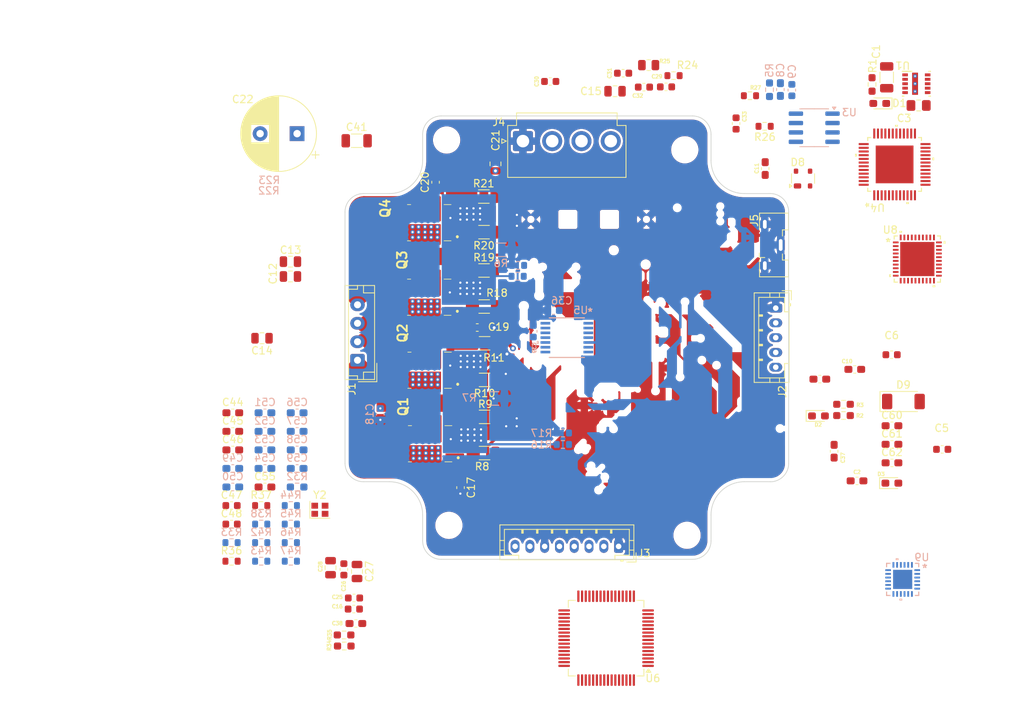
<source format=kicad_pcb>
(kicad_pcb (version 20240108) (generator "pcbnew") (generator_version "8.0")
  (layers (0 "F.Cu" signal) (1 "In1.Cu" power "In1_GND.Cu") (2 "In2.Cu" power "In2_VCC.Cu") (31 "B.Cu" signal) (34 "B.Paste" user) (35 "F.Paste" user) (36 "B.SilkS" user "B.Silkscreen") (37 "F.SilkS" user "F.Silkscreen") (38 "B.Mask" user) (39 "F.Mask" user) (44 "Edge.Cuts" user))
  (net 0 "")
  (net 1 "BMB2")
  (net 2 "CB2")
  (net 3 "BMA1")
  (net 4 "CA1")
  (net 7 "BMB1")
  (net 8 "CB1")
  (net 9 "BMA2")
  (net 10 "CA2")
  (net 11 "/STOP_L{slash}STEP")
  (net 12 "GND")
  (net 13 "+3V3")
  (net 14 "/NRST")
  (net 15 "Net-(U6-PH0)")
  (net 16 "Net-(U6-PH1)")
  (net 17 "Net-(D1-K)")
  (net 18 "Net-(D1-A)")
  (net 19 "SENSOR_INDICATOR")
  (net 20 "Net-(D2-A)")
  (net 21 "Net-(D3-A)")
  (net 22 "ON_INDICATOR")
  (net 23 "/SWDIO")
  (net 24 "/SWCLK")
  (net 25 "/TXD")
  (net 29 "/IN2{slash}ENC_B")
  (net 30 "/Vlogic")
  (net 31 "/RXD")
  (net 32 "Net-(Q1-G2)")
  (net 33 "Net-(Q1-S2)")
  (net 34 "/CANL")
  (net 36 "/CANH")
  (net 37 "Net-(Q1-G1)")
  (net 38 "Net-(Q2-G1)")
  (net 39 "Net-(Q2-G2)")
  (net 40 "Net-(Q3-G1)")
  (net 41 "Net-(Q3-S2)")
  (net 42 "Net-(Q3-G2)")
  (net 43 "Net-(Q4-G2)")
  (net 44 "Net-(Q4-G1)")
  (net 45 "HB1")
  (net 46 "LB1")
  (net 47 "HB2")
  (net 48 "LB2")
  (net 49 "HA1")
  (net 50 "LA1")
  (net 51 "HA2")
  (net 52 "LA2")
  (net 53 "CSN")
  (net 54 "SCK")
  (net 55 "SPI_MOSI")
  (net 56 "DRV_ENN")
  (net 57 "SPI_MISO")
  (net 58 "DIAG1")
  (net 59 "DIAG0")
  (net 60 "VCC_IO")
  (net 61 "CPI")
  (net 62 "Net-(U4-VCC)")
  (net 63 "ENC_B_channel")
  (net 64 "VCP")
  (net 65 "Net-(U4-12VOUT)")
  (net 66 "ENC_N_channel_(pull_to_VCC_IO_if_not_used_for_encoder)")
  (net 67 "CPO")
  (net 68 "5VOUT")
  (net 69 "REFL")
  (net 70 "SRBL")
  (net 71 "SRAH")
  (net 72 "ENC_A_channel")
  (net 73 "SRAL")
  (net 74 "SRBH")
  (net 75 "REFR")
  (net 82 "VS")
  (net 83 "Net-(C61-Pad2)")
  (net 84 "Net-(C62-Pad2)")
  (net 85 "D-")
  (net 86 "D+")
  (net 88 "12-36V")
  (net 89 "Out_1")
  (net 90 "Out_2")
  (net 91 "Net-(C44-Pad2)")
  (net 92 "Net-(D9-A)")
  (net 94 "SCK_DRV")
  (net 95 "LAN_NRST")
  (net 96 "VDDCR")
  (net 97 "SPI_MOSI_DRV")
  (net 99 "SPI_MISO_DRV")
  (net 100 "Net-(R36-Pad1)")
  (net 101 "RXN")
  (net 103 "RXP")
  (net 105 "Net-(R37-Pad1)")
  (net 106 "LED2")
  (net 108 "TXP")
  (net 109 "LED1")
  (net 111 "TXN")
  (net 112 "Net-(U9-RBIAS)")
  (net 113 "ETH_RXD1")
  (net 114 "Net-(U9-RXD1{slash}*MODE1)")
  (net 115 "CSN_DRV")
  (net 116 "ETH_RXD0")
  (net 118 "SDI_ENC")
  (net 119 "Net-(U9-RXD0{slash}*MODE0)")
  (net 120 "ETH_CRS_DV")
  (net 121 "NSCS_ENC")
  (net 122 "SCLK_ENC")
  (net 124 "Net-(U9-CRS_DV{slash}*MODE2)")
  (net 125 "SDO_ENC")
  (net 126 "ETH_TXD1")
  (net 129 "ETH_MDC")
  (net 130 "ETH_REF_CLK")
  (net 131 "ETH_TXD0")
  (net 132 "ETH_TX_EN")
  (net 133 "ETH_MDIO")
  (net 143 "CLKIN")
  (net 145 "CLK_EXT")
  (net 147 "TARGET_REACHED")
  (net 149 "INTR")
  (footprint "Capacitor_SMD:C_0805_2012Metric" (layer "F.Cu") (at 106.5152 66.6496 180)
    (property "Reference" "C15")
    (property "Value" "470nF")
  )
  (footprint "Capacitor_SMD:C_1206_3216Metric" (layer "F.Cu") (at 71.5754 73.3552)
    (property "Reference" "C41")
    (property "Value" "47uF")
  )
  (footprint "Resistor_SMD:R_1206_3216Metric" (layer "F.Cu") (at 88.8746 105.7148 180)
    (property "Reference" "R10")
    (property "Value" "15")
  )
  (footprint "Package_QFP:LQFP-64_10x10mm_P0.5mm" (layer "F.Cu") (at 105.3084 140.6652 180)
    (property "Reference" "U6")
    (property "Value" "STM32H563RGTx")
  )
  (footprint "Capacitor_SMD:C_0603_1608Metric" (layer "F.Cu") (at 54.655 122.7212)
    (property "Reference" "C47")
    (property "Value" "15p")
  )
  (footprint "Resistor_SMD:R_0603_1608Metric_Pad0.98x0.95mm_HandSolder" (layer "F.Cu") (at 69.8989 141.732 180)
    (property "Reference" "R34")
    (property "Value" "4k7")
  )
  (footprint "Capacitor_SMD:C_0603_1608Metric" (layer "F.Cu") (at 113.4112 66.065)
    (property "Reference" "C29")
    (property "Value" "470n")
  )
  (footprint "Capacitor_SMD:C_0603_1608Metric" (layer "F.Cu") (at 87.884 98.6282)
    (property "Reference" "C19")
    (property "Value" "1n, 100V")
  )
  (footprint "Capacitor_SMD:C_0603_1608Metric_Pad1.08x0.95mm_HandSolder" (layer "F.Cu") (at 136.144 115.3668 -90)
    (property "Reference" "C37")
    (property "Value" "0.1u")
  )
  (footprint "Diode_SMD:D_0603_1608Metric_Pad1.05x0.95mm_HandSolder" (layer "F.Cu") (at 134.0282 110.5916)
    (property "Reference" "D2")
    (property "Value" "LED_AMBER")
  )
  (footprint "Capacitor_SMD:C_0603_1608Metric" (layer "F.Cu") (at 82.2452 78.9686 90)
    (property "Reference" "C20")
    (property "Value" "1n, 100V")
  )
  (footprint "Resistor_SMD:R_0603_1608Metric_Pad0.98x0.95mm_HandSolder" (layer "F.Cu") (at 69.8735 140.2334 180)
    (property "Reference" "R35")
    (property "Value" "4k7")
  )
  (footprint "Connector_USB:USB_Micro-B_Molex-105133-0031" (layer "F.Cu") (at 127.8464 87.4582 90)
    (property "Reference" "J5")
    (property "Value" "USB_B_Micro")
  )
  (footprint "Crystal:Crystal_SMD_2016-4Pin_2.0x1.6mm" (layer "F.Cu") (at 66.605 123.2912)
    (property "Reference" "Y2")
    (property "Value" "25Mhz")
  )
  (footprint "NTMFD5C446NLT1G:NVMFD5C446NLWFT1G" (layer "F.Cu") (at 81.8086 114.3556 90)
    (property "Reference" "Q1")
    (property "Value" "NVMFD5C650NLT1G" (hide yes))
  )
  (footprint "Capacitor_SMD:C_0603_1608Metric" (layer "F.Cu") (at 85.6234 120.2944 -90)
    (property "Reference" "C17")
    (property "Value" "1n, 100V")
  )
  (footprint "Capacitor_SMD:C_0603_1608Metric" (layer "F.Cu") (at 71.1924 136.7282)
    (property "Reference" "C16")
    (property "Value" "2n2")
  )
  (footprint "Capacitor_SMD:C_0603_1608Metric_Pad1.08x0.95mm_HandSolder" (layer "F.Cu") (at 71.4718 138.684)
    (property "Reference" "C38")
    (property "Value" "0.1u")
  )
  (footprint "Capacitor_SMD:C_0805_2012Metric" (layer "F.Cu") (at 62.6212 89.7128 180)
    (property "Reference" "C13")
    (property "Value" "470nF")
  )
  (footprint "Capacitor_SMD:C_0805_2012Metric" (layer "F.Cu") (at 90.3478 76.4794 90)
    (property "Reference" "C21")
    (property "Value" "4u7")
  )
  (footprint "Diode_SMD:D_0603_1608Metric_Pad1.05x0.95mm_HandSolder" (layer "F.Cu") (at 143.9558 119.6848)
    (property "Reference" "D3")
    (property "Value" "LED_GREEN")
  )
  (footprint "Capacitor_SMD:C_1206_3216Metric" (layer "F.Cu") (at 143.256 64.7681 90)
    (property "Reference" "C1")
    (property "Value" "10uF")
  )
  (footprint "Connector_JST:JST_VH_B4P-VH_1x04_P3.96mm_Vertical" (layer "F.Cu") (at 94.06 73.4)
    (property "Reference" "J4")
    (property "Value" "Power")
  )
  (footprint "Capacitor_SMD:C_0603_1608Metric_Pad1.08x0.95mm_HandSolder" (layer "F.Cu") (at 138.9391 104.2924 180)
    (property "Reference" "C10")
    (property "Value" "0.1u")
  )
  (footprint "Capacitor_SMD:C_0603_1608Metric" (layer "F.Cu") (at 110.4268 66.0908)
    (property "Reference" "C32")
    (property "Value" "22n, 100V")
  )
  (footprint "Resistor_SMD:R_0603_1608Metric" (layer "F.Cu") (at 58.665 122.7212)
    (property "Reference" "R37")
    (property "Value" "330")
  )
  (footprint "Connector_JST:JST_PH_B8B-PH-K_1x08_P2.00mm_Vertical" (layer "F.Cu") (at 107 128.248 180)
    (property "Reference" "J3")
    (property "Value" "I/O")
  )
  (footprint "Connector_JST:JST_EH_B4B-EH-A_1x04_P2.50mm_Vertical" (layer "F.Cu") (at 71.6905 103.054 90)
    (property "Reference" "J1")
    (property "Value" "Motor")
  )
  (footprint "Capacitor_SMD:C_0603_1608Metric_Pad1.08x0.95mm_HandSolder" (layer "F.Cu") (at 126.8222 77.1144 90)
    (property "Reference" "C11")
    (property "Value" "0.1u")
  )
  (footprint "Resistor_SMD:R_1206_3216Metric" (layer "F.Cu") (at 88.8746 110.7186 180)
    (property "Reference" "R9")
    (property "Value" "15")
  )
  (footprint "Package_TO_SOT_SMD:SOT-143" (layer "F.Cu") (at 131.9428 78.47 90)
    (property "Reference" "D8")
    (property "Value" "SP0503BAHT")
  )
  (footprint "Resistor_SMD:R_1206_3216Metric" (layer "F.Cu") (at 88.8746 100.7618 180)
    (property "Reference" "R11")
    (property "Value" "15")
  )
  (footprint "NTMFD5C446NLT1G:NVMFD5C446NLWFT1G" (layer "F.Cu") (at 81.6908 94.5258 90)
    (property "Reference" "Q3")
    (property "Value" "NVMFD5C650NLT1G" (hide yes))
  )
  (footprint "Capacitor_SMD:C_0603_1608Metric" (layer "F.Cu") (at 97.7522 65.3288)
    (property "Reference" "C30")
    (property "Value" "470n")
  )
  (footprint "Resistor_SMD:R_1206_3216Metric" (layer "F.Cu") (at 88.7984 90.9066 180)
    (property "Reference" "R19")
    (property "Value" "15")
  )
  (footprint "NTMFD5C446NLT1G:NVMFD5C446NLWFT1G" (layer "F.Cu") (at 81.7416 104.4064 90)
    (property "Reference" "Q2")
    (property "Value" "NVMFD5C650NLT1G" (hide yes))
  )
  (footprint "Resistor_SMD:R_0603_1608Metric_Pad0.98x0.95mm_HandSolder" (layer "F.Cu") (at 141.2748 65.7333 90)
    (property "Reference" "R1")
    (property "Value" "2k")
  )
  (footprint "Capacitor_SMD:C_0603_1608Metric_Pad1.08x0.95mm_HandSolder" (layer "F.Cu") (at 134.2125 105.6132 180)
    (property "Reference" "C7" (hide yes))
    (property "Value" "0.1u")
  )
  (footprint "MountingHole:MountingHole_3.2mm_M3" (layer "F.Cu") (at 116.2558 126.746)
    (property "Reference" "H4" (hide yes))
    (property "Value" "MountingHole")
  )
  (footprint "LMZM23600V3SILR:LMZM23600V3SILR" (layer "F.Cu") (at 147.268199 65.6379)
    (property "Reference" "U1")
    (property "Value" "LMZM23600V3SILR")
  )
  (footprint "Connector_JST:JST_PH_B5B-PH-K_1x05_P2.00mm_Vertical" (layer "F.Cu") (at 128.25 96 -90)
    (property "Reference" "J2")
    (property "Value" "CAN")
  )
  (footprint "TMC4361A_LA_T:TMC4361A_LA_T" (layer "F.Cu") (at 147.3962 89.3612)
    (property "Reference" "U8")
    (property "Value" "TMC4361A-LA-T")
  )
  (footprint "MountingHole:MountingHole_3.2mm_M3" (layer "F.Cu") (at 83.7438 73.2536)
    (property "Reference" "H1" (hide yes))
    (property "Value" "MountingHole")
  )
  (footprint "Capacitor_SMD:C_0603_1608Metric_Pad1.08x0.95mm_HandSolder" (layer "F.Cu") (at 139.2417 119.38)
    (property "Reference" "C2")
    (property "Value" "0.1u")
  )
  (footprint "Capacitor_SMD:C_0603_1608Metric" (layer "F.Cu") (at 107.6074 64.2112 180)
    (property "Reference" "C31")
    (property "Value" "100n, 16V")
  )
  (footprint "MountingHole:MountingHole_3.2mm_M3" (layer "F.Cu") (at 84.0486 125.3998)
    (property "Reference" "H3" (hide yes))
    (property "Value" "MountingHole")
  )
  (footprint "Capacitor_SMD:C_0805_2012Metric_Pad1.18x1.45mm_HandSolder" (layer "F.Cu") (at 147.574 68.5781 180)
    (property "Reference" "C3")
    (property "Value" "33uF")
  )
  (footprint "Diode_SMD:D_0603_1608Metric_Pad1.05x0.95mm_HandSolder" (layer "F.Cu") (at 142.3162 68.2987 180)
    (property "Reference" "D1")
    (property "Value" "LED_RED")
  )
  (footprint "Capacitor_SMD:C_0603_1608Metric_Pad1.08x0.95mm_HandSolder" (layer "F.Cu") (at 143.9683 114.4316)
    (property "Reference" "C61")
    (property "Value" "0.1u")
  )
  (footprint "Capacitor_SMD:C_0603_1608Metric_Pad1.08x0.95mm_HandSolder" (layer "F.Cu") (at 59.175 120.2112)
    (property "Reference" "C55")
    (property "Value" "0.022uF")
  )
  (footprint "Capacitor_SMD:C_0805_2012Metric" (layer "F.Cu") (at 62.6212 91.7194 180)
    (property "Reference" "C12")
    (property "Value" "470nF")
  )
  (footprint "Resistor_SMD:R_0603_1608Metric" (layer "F.Cu") (at 114.4272 64.541 180)
    (property "Reference" "R24")
    (property "Value" "2R2")
  )
  (footprint "NTMFD5C446NLT1G:NVMFD5C446NLWFT1G" (layer "F.Cu") (at 81.6908 84.442 90)
    (property "Reference" "Q4")
    (property "Value" "NVMFD5C650NLT1G" (hide yes))
  )
  (footprint "Resistor_SMD:R_1206_3216Metric" (layer "F.Cu") (at 88.8746 115.6208 180)
    (property "Reference" "R8")
    (property "Value" "15")
  )
  (footprint "Capacitor_THT:CP_Radial_D10.0mm_P5.00mm" (layer "F.Cu") (at 63.5216 72.39 180)
    (property "Reference" "C22")
    (property "Value" "330u")
  )
  (footprint "Capacitor_SMD:C_0805_2012Metric" (layer "F.Cu") (at 58.7756 100.076 180)
    (property "Reference" "C14")
    (property "Value" "470nF")
  )
  (footprint "Capacitor_SMD:C_0603_1608Metric_Pad1.08x0.95mm_HandSolder" (layer "F.Cu") (at 54.825 112.6812)
    (property "Reference" "C45")
    (property "Value" "2.2u")
  )
  (footprint "Resistor_SMD:R_0603_1608Metric" (layer "F.Cu") (at 124.7648 67.2592 180)
    (property "Reference" "R27")
    (property "Value" "4k7")
  )
  (footprint "Capacitor_SMD:C_0603_1608Metric_Pad1.08x0.95mm_HandSolder" (layer "F.Cu") (at 143.9683 116.9416)
    (property "Reference" "C62")
    (property "Value" "0.1u")
  )
  (footprint "Resistor_SMD:R_0603_1608Metric" (layer "F.Cu") (at 126.746 71.3994)
    (property "Reference" "R26")
    (property "Value" "2R2")
  )
  (footprint "Capacitor_SMD:C_0603_1608Metric" (layer "F.Cu") (at 69.8462 131.3586 -90)
    (property "Reference" "C26")
    (property "Value" "100n")
  )
  (footprint "Capacitor_SMD:C_0603_1608Metric" (layer "F.Cu") (at 122.8852 71.0184 90)
    (property "Reference" "C33")
    (property "Value" "470n")
  )
  (footprint "Capacitor_SMD:C_0805_2012Metric" (layer "F.Cu") (at 71.6242 131.6482 -90)
    (property "Reference" "C27")
    (property "Value" "10u")
  )
  (footprint "Capacitor_SMD:C_0603_1608Metric_Pad1.08x0.95mm_HandSolder" (layer "F.Cu") (at 54.825 110.1712)
    (property "Reference" "C44")
    (property "Value" "2.2u")
  )
  (footprint "Resistor_SMD:R_1206_3216Metric" (layer "F.Cu") (at 88.8238 95.7834 180)
    (property "Reference" "R18")
    (property "Value" "15")
  )
  (footprint "Resistor_SMD:R_0805_2012Metric" (layer "F.Cu") (at 111.0618 63.119)
    (property "Reference" "R25")
    (property "Value" "1R")
  )
  (footprint "Resistor_SMD:R_1206_3216Metric" (layer "F.Cu") (at 88.773 80.899 180)
    (property "Reference" "R21")
    (property "Value" "15")
  )
  (footprint "Diode_SMD:D_SOD-128" (layer "F.Cu") (at 145.5133 108.6416)
    (property "Reference" "D9")
    (property "Value" "D_Schottky")
  )
  (footprint "Capacitor_SMD:C_0603_1608Metric" (layer "F.Cu") (at 54.655 125.2312)
    (property "Reference" "C48")
    (property "Value" "15p")
  )
  (footprint "Resistor_SMD:R_0603_1608Metric_Pad0.98x0.95mm_HandSolder" (layer "F.Cu") (at 137.4159 110.5408)
    (property "Reference" "R2")
    (property "Value" "270")
  )
  (footprint "Resistor_SMD:R_0603_1608Metric" (layer "F.Cu") (at 54.655 130.2512)
    (property "Reference" "R36")
    (property "Value" "330")
  )
  (footprint "Capacitor_SMD:C_0603_1608Metric" (layer "F.Cu") (at 143.9164 102.3112)
    (property "Reference" "C6")
    (property "Value" "0.1u")
  )
  (footprint "Capacitor_SMD:C_0603_1608Metric_Pad1.08x0.95mm_HandSolder" (layer "F.Cu") (at 54.825 115.1912)
    (property "Reference" "C46")
    (property "Value" "4.7u")
  )
  (footprint "Capacitor_SMD:C_0603_1608Metric" (layer "F.Cu") (at 150.7614 115.1128)
    (property "Reference" "C5")
    (property "Value" "0.1u")
  )
  (footprint "Resistor_SMD:R_0603_1608Metric_Pad0.98x0.95mm_HandSolder" (layer "F.Cu") (at 137.4159 109.0168 180)
    (property "Reference" "R3")
    (property "Value" "270")
  )
  (footprint "Resistor_SMD:R_1206_3216Metric" (layer "F.Cu") (at 88.7984 85.725 180)
    (property "Reference" "R20")
    (property "Value" "15")
  )
  (footprint "TMC5160A_TA_T:TMC5160A_TA_T" (layer "F.Cu") (at 144.3228 76.5556 90)
    (property "Reference" "U4")
    (property "Value" "TMC5160A-TA-T")
  )
  (footprint "Capacitor_SMD:C_0603_1608Metric" (layer "F.Cu") (at 71.2178 135.2296 180)
    (property "Reference" "C25")
    (property "Value" "2n2")
  )
  (footprint "MountingHole:MountingHole_3.2mm_M3" (layer "F.Cu") (at 115.951 74.5744)
    (property "Reference" "H2" (hide yes))
    (property "Value" "MountingHole")
  )
  (footprint "Capacitor_SMD:C_0603_1608Metric_Pad1.08x0.95mm_HandSolder" (layer "F.Cu") (at 143.9683 111.9216)
    (property "Reference" "C60")
    (property "Value" "0.1u")
  )
  (footprint "Capacitor_SMD:C_0805_2012Metric" (layer "F.Cu") (at 68.0428 131.13 -90)
    (property "Reference" "C28")
    (property "Value" "10u")
  )
  (footprint "Capacitor_SMD:C_0603_1608Metric_Pad1.08x0.95mm_HandSolder" (layer "B.Cu") (at 63.525 115.1912 180)
    (property "Reference" "C58")
    (property "Value" "0.1u")
  )
  (footprint "Resistor_SMD:R_0603_1608Metric" (layer "B.Cu") (at 62.675 130.2512 180)
    (property "Reference" "R47")
    (property "Value" "100")
  )
  (footprint "Capacitor_SMD:C_0603_1608Metric_Pad1.08x0.95mm_HandSolder" (layer "B.Cu") (at 128.8796 66.421 90)
    (property "Reference" "C8")
    (property "Value" "0.1u")
  )
  (footprint "Resistor_SMD:R_0603_1608Metric" (layer "B.Cu") (at 93.345 91.694)
    (property "Reference" "R22")
    (property "Value" "47")
  )
  (footprint "Resistor_SMD:R_0603_1608Metric" (layer "B.Cu") (at 58.665 130.2512 180)
    (property "Reference" "R43")
    (property "Value" "49.9")
  )
  (footprint "AS5047P_ATSM:AS5047P_ATSM" (layer "B.Cu") (at 99.9998 99.998791 180)
    (property "Reference" "U5")
    (property "Value" "AS5047P-ATSM")
  )
  (footprint "Resistor_SMD:R_0603_1608Metric" (layer "B.Cu") (at 62.675 127.7412 180)
    (property "Reference" "R46")
    (property "Value" "100")
  )
  (footprint "Resistor_SMD:R_1206_3216Metric" (layer "B.Cu") (at 90.0938 108.2294)
    (property "Reference" "R7")
    (property "Value" "0.075")
  )
  (footprint "Resistor_SMD:R_0603_1608Metric" (layer "B.Cu") (at 99.4664 114.4524)
    (property "Reference" "R16")
    (property "Value" "47")
  )
  (footprint "Capacitor_SMD:C_0603_1608Metric_Pad1.08x0.95mm_HandSolder" (layer "B.Cu") (at 63.525 110.1712 180)
    (property "Reference" "C56")
    (property "Value" "10pF")
  )
  (footprint "Package_SO:SOIC-8_3.9x4.9mm_P1.27mm" (layer "B.Cu") (at 133.4516 71.5914 180)
    (property "Reference" "U3")
    (property "Value" "TCAN337")
  )
  (footprint "Capacitor_SMD:C_0603_1608Metric_Pad1.08x0.95mm_HandSolder" (layer "B.Cu") (at 63.525 112.6812 180)
    (property "Reference" "C57")
    (property "Value" "0.1u")
  )
  (footprint "Resistor_SMD:R_0603_1608Metric" (layer "B.Cu") (at 58.665 127.7412 180)
    (property "Reference" "R42")
    (property "Value" "49.9")
  )
  (footprint "Capacitor_SMD:C_0603_1608Metric_Pad1.08x0.95mm_HandSolder" (layer "B.Cu") (at 54.825 120.2112 180)
    (property "Reference" "C50")
    (property "Value" "470p")
  )
  (footprint "Capacitor_SMD:C_0603_1608Metric" (layer "B.Cu") (at 98.1964 96.3168)
    (property "Reference" "C36")
    (property "Value" "100n")
  )
  (footprint "Resistor_SMD:R_0603_1608Metric_Pad0.98x0.95mm_HandSolder" (layer "B.Cu") (at 63.525 120.2112 180)
    (property "Reference" "R32")
    (property "Value" "12.1k")
  )
  (footprint "Capacitor_SMD:C_0603_1608Metric_Pad1.08x0.95mm_HandSolder" (layer "B.Cu") (at 54.825 117.7012 180)
    (property "Reference" "C49")
    (property "Value" "0.1u")
  )
  (footprint "Resistor_SMD:R_0603_1608Metric" (layer "B.Cu") (at 93.3958 90.2208)
    (property "Reference" "R23")
    (property "Value" "47")
  )
  (footprint "Resistor_SMD:R_0603_1608Metric_Pad0.98x0.95mm_HandSolder" (layer "B.Cu") (at 127.4064 66.4464 90)
    (property "Reference" "R5")
    (property "Value" "4k7")
  )
  (footprint "Resistor_SMD:R_0603_1608Metric" (layer "B.Cu") (at 62.675 122.7212 180)
    (property "Reference" "R44")
    (property "Value" "49.9")
  )
  (footprint "Capacitor_SMD:C_0603_1608Metric" (layer "B.Cu") (at 95.4532 99.1362 -90)
    (property "Reference" "C39")
    (property "Value" "1u")
  )
  (footprint "Capacitor_SMD:C_0603_1608Metric" (layer "B.Cu") (at 130.429 66.4972 90)
    (property "Reference" "C9")
    (property "Value" "1u")
  )
  (footprint "Resistor_SMD:R_0603_1608Metric" (layer "B.Cu") (at 62.675 125.2312 180)
    (property "Reference" "R45")
    (property "Value" "100")
  )
  (footprint "Capacitor_SMD:C_0603_1608Metric_Pad1.08x0.95mm_HandSolder" (layer "B.Cu") (at 63.525 117.7012 180)
    (property "Reference" "C59")
    (property "Value" "0.1u")
  )
  (footprint "Capacitor_SMD:C_0603_1608Metric_Pad1.08x0.95mm_HandSolder" (layer "B.Cu") (at 59.175 115.1912 180)
    (property "Reference" "C53")
    (property "Value" "10pF")
  )
  (footprint "LAN8742A_CZ_TR:LAN8742A_CZ_TR" (layer "B.Cu") (at 145.415 132.715 180)
    (property "Reference" "U9")
    (property "Value" "LAN8742A-CZ-TR")
  )
  (footprint "Capacitor_SMD:C_0603_1608Metric_Pad1.08x0.95mm_HandSolder" (layer "B.Cu") (at 59.175 110.1712 180)
    (property "Reference" "C51")
    (property "Value" "1u")
  )
  (footprint "Capacitor_SMD:C_0603_1608Metric" (layer "B.Cu") (at 74.7776 110.35 -90)
    (property "Reference" "C18")
    (property "Value" "1n, 100V")
  )
  (footprint "Capacitor_SMD:C_0603_1608Metric_Pad1.08x0.95mm_HandSolder" (layer "B.Cu") (at 59.175 112.6812 180)
    (property "Reference" "C52")
    (property "Value" "10pF")
  )
  (footprint "Resistor_SMD:R_1206_3216Metric" (layer "B.Cu") (at 91.0844 88.1126)
    (property "Reference" "R6")
    (property "Value" "0.075")
  )
  (footprint "Resistor_SMD:R_0603_1608Metric" (layer "B.Cu") (at 54.655 127.7412 180)
    (property "Reference" "R33")
    (property "Value" "10k")
  )
  (footprint "Resistor_SMD:R_0603_1608Metric" (layer "B.Cu") (at 99.4664 112.903)
    (property "Reference" "R17")
    (property "Value" "47")
  )
  (footprint "Capacitor_SMD:C_0603_1608Metric_Pad1.08x0.95mm_HandSolder" (layer "B.Cu") (at 59.175 117.7012 180)
    (property "Reference" "C54")
    (property "Value" "10pF")
  )
  (footprint "Resistor_SMD:R_0603_1608Metric" (layer "B.Cu") (at 58.665 125.2312 180)
    (property "Reference" "R38")
    (property "Value" "49.9")
  )
  (gr_rect (start 83.6168 103.2764) (end 87.0204 104.267) (stroke (width 0.2)) (fill solid) (layer "F.Cu") (net 33))
  (gr_rect (start 77.99945 84.7496) (end 82.83815 87.3404) (stroke (width 0.2)) (fill solid) (layer "F.Cu") (net 88))
  (gr_rect (start 86.445725 94.7928) (end 88.0237 96.7994) (stroke (width 0.2)) (fill solid) (layer "F.Cu") (net 40))
  (gr_rect (start 76.0222 110.5916) (end 82.95245 114.0612) (stroke (width 0.2)) (fill solid) (layer "F.Cu") (net 7))
  (gr_rect (start 70.6374 112.268) (end 77.31365 115.4328) (stroke (width 0.2)) (fill solid) (layer "F.Cu") (net 7))
  (gr_rect (start 77.9931 94.8207) (end 82.8318 97.4115) (stroke (width 0.2)) (fill solid) (layer "F.Cu") (net 88))
  (gr_rect (start 74.3204 87.937975) (end 85.9536 90.071575) (stroke (width 0.2)) (fill solid) (layer "F.Cu") (net 9))
  (gr_rect (start 83.566 83.312) (end 86.9696 84.3026) (stroke (width 0.2)) (fill solid) (layer "F.Cu") (net 41))
  (gr_rect (start 75.946 116.633625) (end 77.0128 118.316375) (stroke (width 0.2)) (fill solid) (layer "F.Cu") (net 7))
  (gr_rect (start 83.5152 85.874225) (end 85.9536 90.071575) (stroke (width 0.2)) (fill solid) (layer "F.Cu") (net 9))
  (gr_poly (pts (xy 73.7108 104.2797) (xy 72.2376 102.7176) (xy 71.2216 104.7242)) (stroke (width 0.2)) (fill solid) (layer "F.Cu") (net 7))
  (gr_rect (start 75.3872 103.6701) (end 77.4192 108.0135) (stroke (width 0.2)) (fill solid) (layer "F.Cu") (net 1))
  (gr_rect (start 83.82 100.50145) (end 84.6709 102.78745) (stroke (width 0.2)) (fill solid) (layer "F.Cu") (net 39))
  (gr_rect (start 86.496525 104.7242) (end 88.0745 106.7308) (stroke (width 0.2)) (fill solid) (layer "F.Cu") (net 38))
  (gr_rect (start 76.5556 97.9424) (end 85.8774 99.7712) (stroke (width 0.2)) (fill solid) (layer "F.Cu") (net 3))
  (gr_rect (start 85.1916 102.1715) (end 88.7222 104.267) (stroke (width 0.2)) (fill solid) (layer "F.Cu") (net 33))
  (gr_rect (start 78.486 117.72265) (end 79.5528 119.4054) (stroke (width 0.2)) (fill solid) (layer "F.Cu") (net 7))
  (gr_rect (start 85.1408 82.2071) (end 90.297 84.3026) (stroke (width 0.2)) (fill solid) (layer "F.Cu") (net 41))
  (gr_rect (start 75.3364 83.947) (end 77.2668 88.2904) (stroke (width 0.2)) (fill solid) (layer "F.Cu") (net 9))
  (gr_poly (pts (xy 76.86915 90.8964) (xy 75.8698 91.7702) (xy 76.7588 92.1512)) (stroke (width 0.2)) (fill solid) (layer "F.Cu") (net 3))
  (gr_poly (pts (xy 70.6374 115.3922) (xy 76.1746 118.4656) (xy 75.311 114.7572)) (stroke (width 0.2)) (fill solid) (layer "F.Cu") (net 7))
  (gr_rect (start 86.547325 114.6556) (end 88.1253 116.6622) (stroke (width 0.2)) (fill solid) (layer "F.Cu") (net 37))
  (gr_rect (start 83.693 115.76685) (end 86.0044 119.8626) (stroke (width 0.2)) (fill solid) (layer "F.Cu") (net 7))
  (gr_rect (start 72.0344 82.1182) (end 76.9366 90.0176) (stroke (width 0.2)) (fill solid) (layer "F.Cu") (net 9))
  (gr_rect (start 86.433025 84.709) (end 88.011 86.7156) (stroke (width 0.2)) (fill solid) (layer "F.Cu") (net 44))
  (gr_rect (start 83.8708 85.0138) (end 88.011 85.3694) (stroke (width 0.2)) (fill solid) (layer "F.Cu") (net 44))
  (gr_rect (start 70.6374 111.29645) (end 72.3392 117.0686) (stroke (width 0.2)) (fill solid) (layer "F.Cu") (net 7))
  (gr_rect (start 72.529692 113.874542) (end 77.431892 118.960892) (stroke (width 0.2)) (fill solid) (layer "F.Cu") (net 7))
  (gr_rect (start 78.1201 114.6581) (end 82.9588 117.2235) (stroke (width 0.2)) (fill solid) (layer "F.Cu") (net 88))
  (gr_rect (start 71.9201 111.24565) (end 73.6219 115.3414) (stroke (width 0.2)) (fill solid) (layer "F.Cu") (net 7))
  (gr_rect (start 83.75015 90.6526) (end 87.81415 91.70035) (stroke (width 0.2)) (fill solid) (layer "F.Cu") (net 42))
  (gr_rect (start 70.6374 82.8548) (end 72.36065 88.4682) (stroke (width 0.2)) (fill solid) (layer "F.Cu") (net 9))
  (gr_rect (start 75.3388 100.6754) (end 82.8953 104.1298) (stroke (width 0.2)) (fill solid) (layer "F.Cu") (net 1))
  (gr_rect (start 85.2678 112.1283) (end 88.8238 114.2238) (stroke (width 0.2)) (fill solid) (layer "F.Cu") (net 33))
  (gr_rect (start 72.529692 80.962508) (end 82.83815 84.14) (stroke (width 0.2)) (fill solid) (layer "F.Cu") (net 9))
  (gr_rect (start 79.5528 117.72265) (end 86.0044 119.8626) (stroke (width 0.2)) (fill solid) (layer "F.Cu") (net 7))
  (gr_poly (pts (xy 79.5528 119.8626) (xy 76.1746 118.4656) (xy 78.8797 118.71325)) (stroke (width 0.2)) (fill solid) (layer "F.Cu") (net 7))
  (gr_rect (start 83.566 93.37675) (end 86.9696 94.36735) (stroke (width 0.2)) (fill solid) (layer "F.Cu") (net 41))
  (gr_circle (center 72.529692 117.0686) (end 72.748499 115.189) (stroke (width 0.2)) (fill solid) (layer "F.Cu") (net 7))
  (gr_rect (start 74.3712 103.251) (end 76.49845 107.7976) (stroke (width 0.2)) (fill solid) (layer "F.Cu") (net 1))
  (gr_rect (start 78.0439 104.7013) (end 82.8826 107.2921) (stroke (width 0.2)) (fill solid) (layer "F.Cu") (net 88))
  (gr_rect (start 83.82 100.50145) (end 87.884 101.5492) (stroke (width 0.2)) (fill solid) (layer "F.Cu") (net 39))
  (gr_poly (pts (xy 76.5556 99.7712) (xy 75.4888 99.0092) (xy 76.7334 98.8822)) (stroke (width 0.2)) (fill solid) (layer "F.Cu") (net 3))
  (gr_rect (start 74.3712 107.7976) (end 85.9282 109.93755) (stroke (width 0.2)) (fill solid) (layer "F.Cu") (net 1))
  (gr_rect (start 75.3618 93.9546) (end 77.2922 98.298) (stroke (width 0.2)) (fill solid) (layer "F.Cu") (net 3))
  (gr_rect (start 83.75015 90.6526) (end 84.60105 92.9386) (stroke (width 0.2)) (fill solid) (layer "F.Cu") (net 42))
  (gr_rect (start 83.8327 104.9274) (end 88.0745 105.3338) (stroke (width 0.2)) (fill solid) (layer "F.Cu") (net 38))
  (gr_circle (center 72.529692 82.8548) (end 72.748499 80.9752) (stroke (width 0.2)) (fill solid) (layer "F.Cu") (net 9))
  (gr_rect (start 76.6572 117.72265) (end 78.8797 118.618) (stroke (width 0.2)) (fill solid) (layer "F.Cu") (net 7))
  (gr_rect (start 83.693 113.2332) (end 87.0966 114.2238) (stroke (width 0.2)) (fill solid) (layer "F.Cu") (net 33))
  (gr_rect (start 71.6788 104.2797) (end 73.7108 112.3061) (stroke (width 0.2)) (fill solid) (layer "F.Cu") (net 7))
  (gr_rect (start 85.1408 92.27185) (end 88.7222 94.36735) (stroke (width 0.2)) (fill solid) (layer "F.Cu") (net 41))
  (gr_rect (start 83.7692 80.3148) (end 87.7824 81.69275) (stroke (width 0.2)) (fill solid) (layer "F.Cu") (net 43))
  (gr_poly (pts (xy 76.5429 109.93755) (xy 75.2348 109.2454) (xy 77.343 108.9406)) (stroke (width 0.2)) (fill solid) (layer "F.Cu") (net 1))
  (gr_rect (start 83.6168 105.8418) (end 85.9282 109.93755) (stroke (width 0.2)) (fill solid) (layer "F.Cu") (net 1))
  (gr_rect (start 76.86915 90.8964) (end 82.85085 94.2492) (stroke (width 0.2)) (fill solid) (layer "F.Cu") (net 3))
  (gr_rect (start 83.566 95.95485) (end 85.8774 99.7712) (stroke (width 0.2)) (fill solid) (layer "F.Cu") (net 3))
  (gr_poly (pts (xy 76.2762 90.0176) (xy 73.1012 93.1672) (xy 72.8726 89.662)) (stroke (width 0.2)) (fill solid) (layer "F.Cu") (net 9))
  (gr_rect (start 83.8708 110.43285) (end 84.7217 112.71885) (stroke (width 0.2)) (fill solid) (layer "F.Cu") (net 32))
  (gr_rect (start 83.8708 110.43285) (end 87.9348 111.4806) (stroke (width 0.2)) (fill solid) (layer "F.Cu") (net 32))
  (gr_rect (start 83.7692 80.3148) (end 84.6201 82.8294) (stroke (width 0.2)) (fill solid) (layer "F.Cu") (net 43))
  (gr_rect (start 83.7819 95.0468) (end 88.0237 95.4532) (stroke (width 0.2)) (fill solid) (layer "F.Cu") (net 40))
  (gr_rect (start 83.9343 114.8588) (end 88.1253 115.2652) (stroke (width 0.2)) (fill solid) (layer "F.Cu") (net 37))
  (gr_rect (start 72.529692 80.962508) (end 82.83815 84.14) (stroke (width 0.2)) (fill solid) (layer "F.Cu") (net 9))
  (gr_rect (start 85.1408 80.6958) (end 90.30335 95.4532) (stroke (width 0.2)) (fill solid) (layer "B.Cu") (net 41))
  (gr_rect (start 86.2457 91.6432) (end 92.5576 91.694) (stroke (width 0.2)) (fill solid) (layer "B.Cu") (net 41))
  (gr_rect (start 83.185 80.6958) (end 85.1408 95.4532) (stroke (width 0.2)) (fill solid) (layer "B.Cu") (net 41))
  (gr_rect (start 83.321525 101.854) (end 85.277325 115.5192) (stroke (width 0.2)) (fill solid) (layer "B.Cu") (net 33))
  (gr_rect (start 89.157175 114.3762) (end 98.498025 114.4778) (stroke (width 0.2)) (fill solid) (layer "B.Cu") (net 33))
  (gr_rect (start 85.277325 101.854) (end 89.119075 115.5192) (stroke (width 0.2)) (fill solid) (layer "B.Cu") (net 33))
  (gr_line (start 80.5 124.0078) (end 80.5 127.498791) (stroke (width 0.1)) (layer "Edge.Cuts"))
  (gr_line (start 72.5 119.498791) (end 76 119.498791) (stroke (width 0.1)) (layer "Edge.Cuts"))
  (gr_line (start 80.5 72.4988) (end 80.5 75.9988) (stroke (width 0.1)) (layer "Edge.Cuts"))
  (gr_line (start 106.59 69.998791) (end 93.41 69.998791) (stroke (width 0.1)) (layer "Edge.Cuts"))
  (gr_line (start 75.991515 80.498791) (end 72.5 80.498791) (stroke (width 0.1)) (layer "Edge.Cuts"))
  (gr_line (start 70 82.9988) (end 70 116.998791) (stroke (width 0.1)) (layer "Edge.Cuts"))
  (gr_arc (start 124 80.498791) (mid 120.818023 79.180771) (end 119.5 75.998791) (stroke (width 0.1)) (layer "Edge.Cuts"))
  (gr_line (start 93.41 69.998791) (end 83 69.998791) (stroke (width 0.1)) (layer "Edge.Cuts"))
  (gr_line (start 124 119.498791) (end 127.506324 119.498791) (stroke (width 0.1)) (layer "Edge.Cuts"))
  (gr_line (start 130 116.9988) (end 130 82.991729) (stroke (width 0.1)) (layer "Edge.Cuts"))
  (gr_arc (start 119.5 123.9988) (mid 120.818023 120.816816) (end 124 119.498791) (stroke (width 0.1)) (layer "Edge.Cuts"))
  (gr_line (start 83 129.998791) (end 117.006324 129.998791) (stroke (width 0.1)) (layer "Edge.Cuts"))
  (gr_arc (start 72.5 119.498791) (mid 70.735151 118.765479) (end 70.006254 116.998801) (stroke (width 0.1)) (layer "Edge.Cuts"))
  (gr_arc (start 83 129.998791) (mid 81.232236 129.266557) (end 80.5 127.498791) (stroke (width 0.1)) (layer "Edge.Cuts"))
  (gr_arc (start 119.5 127.4988) (mid 118.76777 129.266564) (end 117.006324 129.998791) (stroke (width 0.1)) (layer "Edge.Cuts"))
  (gr_arc (start 76 119.498791) (mid 79.181984 120.81681) (end 80.5 124.0078) (stroke (width 0.1)) (layer "Edge.Cuts"))
  (gr_line (start 119.5 75.998791) (end 119.5 72.491729) (stroke (width 0.1)) (layer "Edge.Cuts"))
  (gr_line (start 117 69.998791) (end 106.59 69.998791) (stroke (width 0.1)) (layer "Edge.Cuts"))
  (gr_arc (start 80.5 72.4988) (mid 81.232236 70.73103) (end 83 69.9988) (stroke (width 0.1)) (layer "Edge.Cuts"))
  (gr_arc (start 80.5 75.9988) (mid 79.181984 79.180777) (end 75.991515 80.498791) (stroke (width 0.1)) (layer "Edge.Cuts"))
  (gr_line (start 119.5 127.4988) (end 119.5 123.9988) (stroke (width 0.1)) (layer "Edge.Cuts"))
  (gr_arc (start 117 69.998791) (mid 118.76777 70.731024) (end 119.5 72.491729) (stroke (width 0.1)) (layer "Edge.Cuts"))
  (gr_line (start 127.5 80.498791) (end 124 80.498791) (stroke (width 0.1)) (layer "Edge.Cuts"))
  (gr_arc (start 130.001676 117.007009) (mid 129.271677 118.772539) (end 127.508 119.507) (stroke (width 0.1)) (layer "Edge.Cuts"))
  (gr_arc (start 70 82.9988) (mid 70.732236 81.23103) (end 72.5 80.4988) (stroke (width 0.1)) (layer "Edge.Cuts"))
  (gr_arc (start 127.5 80.498791) (mid 129.26777 81.231024) (end 130 82.991729) (stroke (width 0.1)) (layer "Edge.Cuts"))
  (segment (start 78.4246 102.5014) (end 77.1521 102.5014) (width 1) (layer "F.Cu") (net 1))
  (segment (start 88.5952 107.315) (end 89.154 106.7562) (width 0.4) (layer "F.Cu") (net 1))
  (segment (start 75.390375 108.867575) (end 81.23555 108.867575) (width 1) (layer "F.Cu") (net 1))
  (segment (start 75.59 102.0371) (end 74.68585 101.13295) (width 1) (layer "F.Cu") (net 1))
  (segment (start 73.90415 101.13295) (end 74.9808 102.2096) (width 1) (layer "F.Cu") (net 1))
  (segment (start 75.59 107.4925) (end 75.59 102.0371) (width 1) (layer "F.Cu") (net 1))
  (segment (start 89.154 104.775) (end 89.916 104.013) (width 0.4) (layer "F.Cu") (net 1))
  (segment (start 78.4246 102.5014) (end 78.4246 103.2916) (width 1) (layer "F.Cu") (net 1))
  (segment (start 77.2819 109.1844) (end 75.59 107.4925) (width 1) (layer "F.Cu") (net 1))
  (segment (start 74.7927 107.4826) (end 74.7927 106.934) (width 1) (layer "F.Cu") (net 1))
  (segment (start 73.11665 101.13295) (end 73.5584 101.13295) (width 1) (layer "F.Cu") (net 1))
  (segment (start 88.020525 107.889675) (end 88.5952 107.315) (width 0.4) (layer "F.Cu") (net 1))
  (segment (start 74.7927 103.5812) (end 74.7927 102.809) (width 1) (layer "F.Cu") (net 1))
  (segment (start 72.5377 100.554) (end 73.65995 101.67625) (width 1) (layer "F.Cu") (net 1))
  (segment (start 74.7927 106.934) (end 74.7927 108.2699) (width 1) (layer "F.Cu") (net 1))
  (segment (start 73.65995 102.51435) (end 73.65995 101.67625) (width 1) (layer "F.Cu") (net 1))
  (segment (start 76.4945 109.1844) (end 75.51415 108.20405) (width 1) (layer "F.Cu") (net 1))
  (segment (start 74.7927 106.934) (end 74.7927 103.5812) (width 1) (layer "F.Cu") (net 1))
  (segment (start 74.7927 102.809) (end 75.8151 103.8314) (width 1) (layer "F.Cu") (net 1))
  (segment (start 83.5557 108.3716) (end 84.2336 107.6937) (width 1) (layer "F.Cu") (net 1))
  (segment (start 76.35235 101.70165) (end 75.6055 100.9548) (width 1) (layer "F.Cu") (net 1))
  (segment (start 78.7805 108.3716) (end 77.6375 108.3716) (width 1) (layer "F.Cu") (net 1))
  (segment (start 75.2047 100.554) (end 74.1069 100.554) (width 1) (layer "F.Cu") (net 1))
  (segment (start 77.1521 102.5014) (end 76.35235 101.70165) (width 1) (layer "F.Cu") (net 1))
  (segment (start 84.7725 107.889675) (end 88.020525 107.889675) (width 0.4) (layer "F.Cu") (net 1))
  (segment (start 76.35235 101.70165) (end 79.3178 101.70165) (width 1) (layer "F.Cu") (net 1))
  (segment (start 72.5377 100.554) (end 73.11665 101.13295) (width 1) (layer "F.Cu") (net 1))
  (segment (start 75.2047 100.554) (end 74.6505 99.9998) (width 1) (layer "F.Cu") (net 1))
  (segment (start 74.7268 103.5812) (end 73.65995 102.51435) (width 1) (layer "F.Cu") (net 1))
  (segment (start 73.65995 101.67625) (end 74.7927 102.809) (width 1) (layer "F.Cu") (net 1))
  (segment (start 73.5584 101.13295) (end 74.68585 101.13295) (width 1) (layer "F.Cu") (net 1))
  (segment (start 79.3178 101.70165) (end 80.45055 102.8344) (width 1) (layer "F.Cu") (net 1))
  (segment (start 75.6055 101.5644) (end 75.6055 100.9548) (width 1) (layer "F.Cu") (net 1))
  (segment (start 84.6705 106.3114) (end 85.0289 106.6698) (width 1) (layer "F.Cu") (net 1))
  (segment (start 74.1069 100.554) (end 73.6751 100.554) (width 1) (layer "F.Cu") (net 1))
  (segment (start 78.4246 103.2916) (end 76.8445 103.2916) (width 1) (layer "F.Cu") (net 1))
  (segment (start 75.8151 103.8314) (end 76.5199 103.8314) (width 1) (layer "F.Cu") (net 1))
  (segment (start 89.154 106.7562) (end 89.154 104.775) (width 0.4) (layer "F.Cu") (net 1))
  (segment (start 83.9875 109.1844) (end 77.2819 109.1844) (width 1) (layer "F.Cu") (net 1))
  (segment (start 77.6375 108.3716) (end 83.5557 108.3716) (width 1) (layer "F.Cu") (net 1))
  (segment (start 73.6751 100.554) (end 71.6905 100.554) (width 1) (layer "F.Cu") (net 1))
  (segment (start 78.4246 102.5014) (end 76.5425 102.5014) (width 1) (layer "F.Cu") (net 1))
  (segment (start 78.8059 108.397) (end 78.7805 108.3716) (width 1) (layer "F.Cu") (net 1))
  (segment (start 74.7927 108.2699) (end 75.390375 108.867575) (width 1) (layer "F.Cu") (net 1))
  (segment (start 72.2447 99.9998) (end 71.6905 100.554) (width 1) (layer "F.Cu") (net 1))
  (segment (start 85.0289 106.6698) (end 85.0289 108.143) (width 1) (layer "F.Cu") (net 1))
  (segment (start 83.5303 108.397) (end 78.8059 108.397) (width 1) (layer "F.Cu") (net 1))
  (segment (start 75.6055 100.9548) (end 75.2047 100.554) (width 1) (layer "F.Cu") (net 1))
  (segment (start 85.0289 108.143) (end 83.9875 109.1844) (width 1) (layer "F.Cu") (net 1))
  (segment (start 76.5425 102.5014) (end 75.6055 101.5644) (width 1) (layer "F.Cu") (net 1))
  (segment (start 74.6505 99.9998) (end 72.2447 99.9998) (width 1) (layer "F.Cu") (net 1))
  (segment (start 75.51415 108.20405) (end 74.7927 107.4826) (width 1) (layer "F.Cu") (net 1))
  (segment (start 88.5952 107.315) (end 88.8746 107.0356) (width 0.4) (layer "F.Cu") (net 1))
  (segment (start 84.2336 106.3114) (end 84.2336 107.6937) (width 1) (layer "F.Cu") (net 1))
  (segment (start 74.7927 103.5812) (end 74.7268 103.5812) (width 1) (layer "F.Cu") (net 1))
  (segment (start 71.6905 100.554) (end 72.5377 100.554) (width 1) (layer "F.Cu") (net 1))
  (segment (start 74.68585 101.13295) (end 74.1069 100.554) (width 1) (layer "F.Cu") (net 1))
  (segment (start 84.2336 107.6937) (end 83.5303 108.397) (width 1) (layer "F.Cu") (net 1))
  (segment (start 77.2819 109.1844) (end 76.4945 109.1844) (width 1) (layer "F.Cu") (net 1))
  (segment (start 84.2336 106.3114) (end 84.6705 106.3114) (width 1) (layer "F.Cu") (net 1))
  (segment (start 76.5199 107.254) (end 76.5199 103.8314) (width 1) (layer "F.Cu") (net 1))
  (segment (start 73.5584 101.13295) (end 73.90415 101.13295) (width 1) (layer "F.Cu") (net 1))
  (segment (start 76.8445 103.2916) (end 75.59 102.0371) (width 1) (layer "F.Cu") (net 1))
  (segment (start 89.916 104.013) (end 91.948 104.013) (width 0.4) (layer "F.Cu") (net 1))
  (via (at 74.7776 109.575) (size 0.6) (drill 0.3) (layers "F.Cu" "B.Cu") (net 1))
  (segment (start 83.7184 99.3648) (end 76.8096 99.3648) (width 1) (layer "F.Cu") (net 3))
  (segment (start 77.2819 92.0902) (end 79.5298 92.0902) (width 1) (layer "F.Cu") (net 3))
  (segment (start 76.15165 94.28725) (end 76.15165 94.869) (width 1) (layer "F.Cu") (net 3))
  (segment (start 87.109 98.6282) (end 85.486875 98.6282) (width 0.4) (layer "F.Cu") (net 3))
  (segment (start 76.15165 97.48775) (end 76.19995 97.53605) (width 1) (layer "F.Cu") (net 3))
  (segment (start 74.2593 95.951) (end 72.1563 98.054) (width 1) (layer "F.Cu") (net 3))
  (segment (start 77.4851 92.6208) (end 77.0279 92.6208) (width 1) (layer "F.Cu") (net 3))
  (segment (start 74.7292 93.4745) (end 74.2593 93.9444) (width 1) (layer "F.Cu") (net 3))
  (segment (start 75.5829 92.6208) (end 74.7292 93.4745) (width 1) (layer "F.Cu") (net 3))
  (segment (start 72.1563 98.054) (end 71.6905 98.054) (width 1) (layer "F.Cu") (net 3))
  (segment (start 76.9975 98.618) (end 77.1397 98.4758) (width 1) (layer "F.Cu") (net 3))
  (segment (start 74.3915 98.054) (end 73.2687 98.054) (width 1) (layer "F.Cu") (net 3))
  (segment (start 75.5547 96.8908) (end 73.8275 98.618) (width 1) (layer "F.Cu") (net 3))
  (segment (start 76.19995 97.53605) (end 75.5547 96.8908) (width 1) (layer "F.Cu") (net 3))
  (segment (start 76.15165 94.869) (end 76.2367 94.869) (width 1) (layer "F.Cu") (net 3))
  (segment (start 73.2739 98.054) (end 73.2687 98.054) (width 1) (layer "F.Cu") (net 3))
  (segment (start 77.0279 92.6208) (end 75.5829 92.6208) (width 1) (layer "F.Cu") (net 3))
  (segment (start 76.2367 94.869) (end 76.67555 94.43015) (width 1) (layer "F.Cu") (net 3))
  (segment (start 81.2165 98.8568) (end 82.0039 98.0694) (width 0.5) (layer "F.Cu") (net 3))
  (segment (start 77.4954 98.4758) (end 77.1397 98.4758) (width 1) (layer "F.Cu") (net 3))
  (segment (start 77.8153 92.951) (end 77.4851 92.6208) (width 1) (layer "F.Cu") (net 3))
  (segment (start 75.5547 94.8842) (end 75.5547 96.8908) (width 1) (layer "F.Cu") (net 3))
  (segment (start 76.4881 93.9508) (end 76.15165 94.28725) (width 1) (layer "F.Cu") (net 3))
  (segment (start 76.4881 93.9508) (end 75.5547 94.8842) (width 1) (layer "F.Cu") (net 3))
  (segment (start 75.9865 93.2586) (end 74.9451 94.3) (width 1) (layer "F.Cu") (net 3))
  (segment (start 76.67555 94.43015) (end 76.67555 97.65595) (width 1) (layer "F.Cu") (net 3))
  (segment (start 79.5298 92.0902) (end 80.4061 92.9665) (width 1) (layer "F.Cu") (net 3))
  (segment (start 76.8096 99.3648) (end 74.94515 97.50035) (width 1) (layer "F.Cu") (net 3))
  (segment (start 87.109 98.6282) (end 87.109 97.8792) (width 0.4) (layer "F.Cu") (net 3))
  (segment (start 77.8432 92.0902) (end 78.3738 92.6208) (width 1) (layer "F.Cu") (net 3))
  (segment (start 76.15165 94.869) (end 76.15165 97.48775) (width 1) (layer "F.Cu") (net 3))
  (segment (start 75.5547 96.8908) (end 74.94515 97.50035) (width 1) (layer "F.Cu") (net 3))
  (segment (start 77.1397 98.4758) (end 76.19995 97.53605) (width 1) (layer "F.Cu") (net 3))
  (segment (start 74.9451 94.3) (end 74.9451 96.3828) (width 1) (layer "F.Cu") (net 3))
  (segment (start 74.94515 97.50035) (end 74.3915 98.054) (width 1) (layer "F.Cu") (net 3))
  (segment (start 72.2545 98.618) (end 71.6905 98.054) (width 1) (layer "F.Cu") (net 3))
  (segment (start 77.1549 93.2586) (end 77.1549 92.7478) (width 1) (layer "F.Cu") (net 3))
  (segment (start 83.3882 98.4758) (end 77.4954 98.4758) (width 1) (layer "F.Cu") (net 3))
  (segment (start 87.109 97.8792) (end 87.4014 97.5868) (width 0.4) (layer "F.Cu") (net 3))
  (segment (start 74.9451 96.3828) (end 73.2739 98.054) (width 1) (layer "F.Cu") (net 3))
  (segment (start 73.2687 98.054) (end 71.6905 98.054) (width 1) (layer "F.Cu") (net 3))
  (segment (start 74.7292 93.4745) (end 76.1135 92.0902) (width 1) (layer "F.Cu") (net 3))
  (segment (start 73.8275 98.618) (end 72.2545 98.618) (width 1) (layer "F.Cu") (net 3))
  (segment (start 77.1549 92.7478) (end 77.0279 92.6208) (width 1) (layer "F.Cu") (net 3))
  (segment (start 77.2819 92.0902) (end 77.8432 92.0902) (width 1) (layer "F.Cu") (net 3))
  (segment (start 77.1549 93.2586) (end 75.9865 93.2586) (width 1) (layer "F.Cu") (net 3))
  (segment (start 73.8275 98.618) (end 76.9975 98.618) (width 1) (layer "F.Cu") (net 3))
  (segment (start 78.3738 92.6208) (end 77.4851 92.6208) (width 1) (layer "F.Cu") (net 3))
  (segment (start 74.2593 93.9444) (end 74.2593 95.951) (width 1) (layer "F.Cu") (net 3))
  (segment (start 76.1135 92.0902) (end 77.2819 92.0902) (width 1) (layer "F.Cu") (net 3))
  (segment (start 71.0405 112.821695) (end 71.0405 112.638706) (width 1) (layer "F.Cu") (net 7))
  (segment (start 74.809994 116.4082) (end 74.809994 115.5446) (width 1) (layer "F.Cu") (net 7))
  (segment (start 74.2593 113.597) (end 74.2593 113.223) (width 1) (layer "F.Cu") (net 7))
  (segment (start 71.0405 103.704) (end 71.6905 103.054) (width 1) (layer "F.Cu") (net 7))
  (segment (start 83.6078 118.3284) (end 77.9424 118.3284) (width 1) (layer "F.Cu") (net 7))
  (segment (start 74.2593 113.597) (end 76.0222 113.597) (width 1) (layer "F.Cu") (net 7))
  (segment (start 73.7767 113.597) (end 71.0405 110.8608) (width 1) (layer "F.Cu") (net 7))
  (segment (start 75.466897 117.065103) (end 75.466897 114.328897) (width 1) (layer "F.Cu") (net 7))
  (segment (start 72.7283 113.597) (end 74.2593 113.597) (width 1) (layer "F.Cu") (net 7))
  (segment (start 73.7767 113.597) (end 74.2593 113.597) (width 1) (layer "F.Cu") (net 7))
  (segment (start 76.835 117.221) (end 76.835 113.597) (width 1) (layer "F.Cu") (net 7))
  (segment (start 71.9479 104.9172) (end 71.9225 104.8918) (width 1) (layer "F.Cu") (net 7))
  (segment (start 76.0222 113.597) (end 76.835 113.597) (width 1) (layer "F.Cu") (net 7))
  (segment (start 88.103075 117.814725) (end 89.281 116.6368) (width 0.4) (layer "F.Cu") (net 7))
  (segment (start 75.9021 115.7224) (end 73.7767 113.597) (width 1) (layer "F.Cu") (net 7))
  (segment (start 78.4916 112.4506) (end 76.8755 112.4506) (width 1) (layer "F.Cu") (net 7))
  (segment (start 84.8487 117.814725) (end 88.103075 117.814725) (width 0.4) (layer "F.Cu") (net 7))
  (segment (start 71.0405 111.9092) (end 71.0405 110.8608) (width 1) (layer "F.Cu") (net 7))
  (segment (start 71.6905 104.6598) (end 71.6905 103.054) (width 1) (layer "F.Cu") (net 7))
  (segment (start 72.4813 103.8448) (end 72.446 103.8095) (width 1) (layer "F.Cu") (net 7))
  (segment (start 74.809994 116.4082) (end 71.0405 112.638706) (width 1) (layer "F.Cu") (net 7))
  (segment (start 71.9225 112.7912) (end 71.1605 112.0292) (width 1) (layer "F.Cu") (net 7))
  (segment (start 76.0222 115.7224) (end 76.0222 113.597) (width 1) (layer "F.Cu") (net 7))
  (segment (start 79.6765 113.597) (end 80.5077 112.7658) (width 1) (layer "F.Cu") (net 7))
  (segment (start 72.4813 110.5306) (end 72.4813 106.238) (width 1) (layer "F.Cu") (net 7))
  (segment (start 72.4813 106.238) (end 72.4813 105.4506) (width 1) (layer "F.Cu") (net 7))
  (segment (start 74.6759 115.5446) (end 72.7283 113.597) (width 1) (layer "F.Cu") (net 7))
  (segment (start 71.1605 103.584) (end 71.6905 103.054) (width 1) (layer "F.Cu") (net 7))
  (segment (start 71.9225 104.8918) (end 71.6905 104.6598) (width 1) (layer "F.Cu") (net 7))
  (segment (start 71.9479 110.9116) (end 71.9479 104.9172) (width 1) (layer "F.Cu") (net 7))
  (segment (start 76.0222 116.502556) (end 76.0222 115.7224) (width 1) (layer "F.Cu") (net 7))
  (segment (start 71.0405 112.638706) (end 71.0405 111.9092) (width 1) (layer "F.Cu") (net 7))
  (segment (start 74.809994 113.773694) (end 74.2593 113.223) (width 1) (layer "F.Cu") (net 7))
  (segment (start 78.4916 113.1976) (end 75.1483 113.1976) (width 1) (layer "F.Cu") (net 7))
  (segment (start 72.4813 106.238) (end 72.4813 103.8448) (width 1) (layer "F.Cu") (net 7))
  (segment (start 74.809994 115.5446) (end 74.6759 115.5446) (width 1) (layer "F.Cu") (net 7))
  (segment (start 72.4813 105.4506) (end 71.9225 104.8918) (width 1) (layer "F.Cu") (net 7))
  (segment (start 73.2941 110.2512) (end 73.2941 109.286) (width 1) (layer "F.Cu") (net 7))
  (segment (start 89.281 116.6368) (end 89.281 114.7318) (width 0.4) (layer "F.Cu") (net 7))
  (segment (start 75.466897 117.065103) (end 74.809994 116.4082) (width 1) (layer "F.Cu") (net 7))
  (segment (start 75.466897 114.328897) (end 75.3364 114.1984) (width 1) (layer "F.Cu") (net 7))
  (segment (start 76.835 113.597) (end 79.6765 113.597) (width 1) (layer "F.Cu") (net 7))
  (segment (start 78.4916 112.4506) (end 78.4916 113.1976) (width 1) (layer "F.Cu") (net 7))
  (segment (start 71.0405 110.8608) (end 71.0405 103.704) (width 1) (layer "F.Cu") (net 7))
  (segment (start 73.2941 109.286) (end 73.2941 104.6576) (width 1) (layer "F.Cu") (net 7))
  (segment (start 71.9225 112.7912) (end 71.0405 111.9092) (width 1) (layer "F.Cu") (net 7))
  (segment (start 74.809994 115.5446) (end 74.809994 113.773694) (width 1) (layer "F.Cu") (net 7))
  (segment (start 73.2941 104.6576) (end 72.446 103.8095) (width 1) (layer "F.Cu") (net 7))
  (segment (start 71.9225 112.7912) (end 72.7283 113.597) (width 1) (layer "F.Cu") (net 7))
  (segment (start 76.0222 115.7224) (end 75.9021 115.7224) (width 1) (layer "F.Cu") (net 7))
  (segment (start 89.281 114.7318) (end 90.9066 113.1062) (width 0.4) (layer "F.Cu") (net 7))
  (segment (start 72.446 103.8095) (end 71.6905 103.054) (width 1) (layer "F.Cu") (net 7))
  (segment (start 72.9131 90.4646) (end 72.9131 94.3314) (width 1) (layer "F.Cu") (net 9))
  (segment (start 71.0405 87.8668) (end 71.0405 94.904) (width 1) (layer "F.Cu") (net 9))
  (segment (start 82.2452 81.7506) (end 82.2338 81.762) (width 0.4) (layer "F.Cu") (net 9))
  (segment (start 72.2527 88.7374) (end 72.2527 91.5162) (width 1) (layer "F.Cu") (net 9))
  (segment (start 72.2527 94.9918) (end 71.6905 95.554) (width 1) (layer "F.Cu") (net 9))
  (segment (start 71.6905 88.1024) (end 71.6905 89.9092) (width 1) (layer "F.Cu") (net 9))
  (segment (start 71.0405 94.904) (end 71.6905 95.554) (width 1) (layer "F.Cu") (net 9))
  (segment (start 82.2452 79.7436) (end 82.2452 81.7006) (width 0.5) (layer "F.Cu") (net 9))
  (segment (start 84.7344 87.9729) (end 85.5853 88.8238) (width 0.4) (layer "F.Cu") (net 9))
  (segment (start 72.2527 91.5162) (end 72.2527 94.9918) (width 1) (layer "F.Cu") (net 9))
  (segment (start 72.621 88.3691) (end 72.5194 88.4707) (width 1) (layer "F.Cu") (net 9))
  (segment (start 71.6905 89.9092) (end 71.6905 95.554) (width 1) (layer "F.Cu") (net 9))
  (segment (start 72.5194 88.4707) (end 72.2527 88.7374) (width 1) (layer "F.Cu") (net 9))
  (segment (start 72.9131 88.077) (end 72.9131 90.4646) (width 1) (layer "F.Cu") (net 9))
  (segment (start 72.4559 89.5502) (end 72.2527 89.347) (width 1) (layer "F.Cu") (net 9))
  (segment (start 85.5853 88.8238) (end 90.8558 88.8238) (width 0.4) (layer "F.Cu") (net 9))
  (segment (start 72.7861 88.8136) (end 72.2527 89.347) (width 1) (layer "F.Cu") (net 9))
  (segment (start 72.2527 89.347) (end 71.6905 89.9092) (width 1) (layer "F.Cu") (net 9))
  (segment (start 82.2452 81.7006) (end 82.2338 81.712) (width 0.5) (layer "F.Cu") (net 9))
  (segment (start 72.9131 94.3314) (end 71.6905 95.554) (width 1) (layer "F.Cu") (net 9))
  (segment (start 72.2527 88.7374) (end 72.2527 89.347) (width 1) (layer "F.Cu") (net 9))
  (via (at 74.7776 111.125) (size 0.6) (drill 0.3) (layers "F.Cu" "B.Cu") (net 12))
  (via (at 91.8972 102.2096) (size 0.8) (drill 0.4) (layers "F.Cu" "B.Cu") (net 12))
  (via (at 93.218 110.9218) (size 0.6) (drill 0.3) (layers "F.Cu" "B.Cu") (net 12))
  (via (at 91.7956 111.9886) (size 0.6) (drill 0.3) (layers "F.Cu" "B.Cu") (net 12))
  (via (at 90.17 98.6536) (size 0.8) (drill 0.4) (layers "F.Cu" "B.Cu") (net 12))
  (via (at 93.2434 83.3882) (size 0.6) (drill 0.3) (layers "F.Cu" "B.Cu") (net 12))
  (via (at 90.5764 102.6922) (size 0.6) (drill 0.3) (layers "F.Cu" "B.Cu") (net 12))
  (via (at 85.598 121.1072) (size 0.6) (drill 0.3) (layers "F.Cu" "B.Cu") (net 12))
  (via (at 90.0938 108.2294) (size 0.6) (drill 0.3) (layers "F.Cu" "B.Cu") (net 12))
  (via (at 91.7448 104.902) (size 0.6) (drill 0.3) (layers "F.Cu" "B.Cu") (net 12))
  (via (at 93.218 111.9886) (size 0.6) (drill 0.3) (layers "F.Cu" "B.Cu") (net 12))
  (via (at 93.2434 84.8614) (size 0.6) (drill 0.3) (layers "F.Cu" "B.Cu") (net 12))
  (via (at 87.4268 103.98125) (size 0.6) (drill 0.3) (layers "F.Cu" "B.Cu") (net 33))
  (via (at 85.6488 103.21925) (size 0.6) (drill 0.3) (layers "F.Cu" "B.Cu") (net 33))
  (via (at 86.614 112.41405) (size 0.6) (drill 0.3) (layers "F.Cu" "B.Cu") (net 33))
  (via (at 84.3026 113.73485) (size 0.6) (drill 0.3) (layers "F.Cu" "B.Cu") (net 33))
  (via (at 87.503 112.41405) (size 0.6) (drill 0.3) (layers "F.Cu" "B.Cu") (net 33))
  (via (at 88.392 113.17605) (size 0.6) (drill 0.3) (layers "F.Cu" "B.Cu") (net 33))
  (via (at 85.6488 103.98125) (size 0.6) (drill 0.3) (layers "F.Cu" "B.Cu") (net 33))
  (via (at 88.3158 102.45725) (size 0.6) (drill 0.3) (layers "F.Cu" "B.Cu") (net 33))
  (via (at 85.725 113.93805) (size 0.6) (drill 0.3) (layers "F.Cu" "B.Cu") (net 33))
  (via (at 86.5378 103.21925) (size 0.6) (drill 0.3) (layers "F.Cu" "B.Cu") (net 33))
  (via (at 85.725 112.41405) (size 0.6) (drill 0.3) (layers "F.Cu" "B.Cu") (net 33))
  (via (at 86.5378 102.45725) (size 0.6) (drill 0.3) (layers "F.Cu" "B.Cu") (net 33))
  (via (at 88.392 112.41405) (size 0.6) (drill 0.3) (layers "F.Cu" "B.Cu") (net 33))
  (via (at 86.614 113.93805) (size 0.6) (drill 0.3) (layers "F.Cu" "B.Cu") (net 33))
  (via (at 85.6488 102.45725) (size 0.6) (drill 0.3) (layers "F.Cu" "B.Cu") (net 33))
  (via (at 88.392 113.93805) (size 0.6) (drill 0.3) (layers "F.Cu" "B.Cu") (net 33))
  (via (at 87.503 113.17605) (size 0.6) (drill 0.3) (layers "F.Cu" "B.Cu") (net 33))
  (via (at 86.5378 103.98125) (size 0.6) (drill 0.3) (layers "F.Cu" "B.Cu") (net 33))
  (via (at 87.4268 102.45725) (size 0.6) (drill 0.3) (layers "F.Cu" "B.Cu") (net 33))
  (via (at 87.503 113.93805) (size 0.6) (drill 0.3) (layers "F.Cu" "B.Cu") (net 33))
  (via (at 86.614 113.17605) (size 0.6) (drill 0.3) (layers "F.Cu" "B.Cu") (net 33))
  (via (at 88.3158 103.21925) (size 0.6) (drill 0.3) (layers "F.Cu" "B.Cu") (net 33))
  (via (at 84.2264 103.77805) (size 0.6) (drill 0.3) (layers "F.Cu" "B.Cu") (net 33))
  (via (at 88.3158 103.98125) (size 0.6) (drill 0.3) (layers "F.Cu" "B.Cu") (net 33))
  (via (at 85.725 113.17605) (size 0.6) (drill 0.3) (layers "F.Cu" "B.Cu") (net 33))
  (via (at 87.4268 103.21925) (size 0.6) (drill 0.3) (layers "F.Cu" "B.Cu") (net 33))
  (segment (start 84.1828 83.807) (end 84.2518 83.807) (width 1) (layer "F.Cu") (net 41))
  (via (at 85.598 82.4992) (size 0.6) (drill 0.3) (layers "F.Cu" "B.Cu") (net 41))
  (via (at 87.376 82.4992) (size 0.6) (drill 0.3) (layers "F.Cu" "B.Cu") (net 41))
  (via (at 87.376 83.2612) (size 0.6) (drill 0.3) (layers "F.Cu" "B.Cu") (net 41))
  (via (at 85.598 94.0816) (size 0.6) (drill 0.3) (layers "F.Cu" "B.Cu") (net 41))
  (via (at 88.265 92.5576) (size 0.6) (drill 0.3) (layers "F.Cu" "B.Cu") (net 41))
  (via (at 85.598 83.2612) (size 0.6) (drill 0.3) (layers "F.Cu" "B.Cu") (net 41))
  (via (at 88.265 84.0232) (size 0.6) (drill 0.3) (layers "F.Cu" "B.Cu") (net 41))
  (via (at 84.2518 83.807) (size 0.6) (drill 0.3) (layers "F.Cu" "B.Cu") (net 41))
  (via (at 85.598 93.3196) (size 0.6) (drill 0.3) (layers "F.Cu" "B.Cu") (net 41))
  (via (at 87.376 84.0232) (size 0.6) (drill 0.3) (layers "F.Cu" "B.Cu") (net 41))
  (via (at 85.598 92.5576) (size 0.6) (drill 0.3) (layers "F.Cu" "B.Cu") (net 41))
  (via (at 86.487 82.4992) (size 0.6) (drill 0.3) (layers "F.Cu" "B.Cu") (net 41))
  (via (at 84.1756 93.8784) (size 0.6) (drill 0.3) (layers "F.Cu" "B.Cu") (net 41))
  (via (at 85.598 84.0232) (size 0.6) (drill 0.3) (layers "F.Cu" "B.Cu") (net 41))
  (via (at 86.487 83.2612) (size 0.6) (drill 0.3) (layers "F.Cu" "B.Cu") (net 41))
  (via (at 88.265 94.0816) (size 0.6) (drill 0.3) (layers "F.Cu" "B.Cu") (net 41))
  (via (at 86.487 84.0232) (size 0.6) (drill 0.3) (layers "F.Cu" "B.Cu") (net 41))
  (via (at 87.376 93.3196) (size 0.6) (drill 0.3) (layers "F.Cu" "B.Cu") (net 41))
  (via (at 87.376 92.5576) (size 0.6) (drill 0.3) (layers "F.Cu" "B.Cu") (net 41))
  (via (at 88.265 93.3196) (size 0.6) (drill 0.3) (layers "F.Cu" "B.Cu") (net 41))
  (via (at 88.265 82.4992) (size 0.6) (drill 0.3) (layers "F.Cu" "B.Cu") (net 41))
  (via (at 88.265 83.2612) (size 0.6) (drill 0.3) (layers "F.Cu" "B.Cu") (net 41))
  (via (at 87.376 94.0816) (size 0.6) (drill 0.3) (layers "F.Cu" "B.Cu") (net 41))
  (via (at 86.487 92.5576) (size 0.6) (drill 0.3) (layers "F.Cu" "B.Cu") (net 41))
  (via (at 86.487 93.3196) (size 0.6) (drill 0.3) (layers "F.Cu" "B.Cu") (net 41))
  (via (at 86.487 94.0816) (size 0.6) (drill 0.3) (layers "F.Cu" "B.Cu") (net 41))
  (segment (start 90.6927 115.7224) (end 90.5911 115.6208) (width 0.5) (layer "F.Cu") (net 45))
  (segment (start 93.2053 106.5403) (end 93.2053 109.2581) (width 0.25) (layer "F.Cu") (net 46))
  (segment (start 91.7448 110.7186) (end 90.3371 110.7186) (width 0.25) (layer "F.Cu") (net 46))
  (segment (start 93.2053 109.2581) (end 91.7448 110.7186) (width 0.25) (layer "F.Cu") (net 46))
  (segment (start 90.5657 110.7186) (end 90.5657 110.2467) (width 0.5) (layer "F.Cu") (net 46))
  (segment (start 90.3371 105.7148) (end 92.964 105.7148) (width 0.25) (layer "F.Cu") (net 47))
  (segment (start 90.3371 100.7618) (end 92.0242 100.7618) (width 0.5) (layer "F.Cu") (net 48))
  (segment (start 92.0242 100.7618) (end 92.71 101.4476) (width 0.5) (layer "F.Cu") (net 48))
  (via (at 92.71 101.4476) (size 0.8) (drill 0.4) (layers "F.Cu" "B.Cu") (net 48))
  (segment (start 92.71 101.4476) (end 92.7862 101.4476) (width 0.5) (layer "B.Cu") (net 48))
  (segment (start 91.0229 96.52) (end 90.2863 95.7834) (width 0.25) (layer "F.Cu") (net 49))
  (segment (start 90.678 90.9066) (end 90.2609 90.9066) (width 0.25) (layer "F.Cu") (net 50))
  (segment (start 90.2609 85.725) (end 90.2609 87.0605) (width 0.25) (layer "F.Cu") (net 51))
  (segment (start 91.81565 86.106) (end 91.81565 86.3854) (width 0.5) (layer "F.Cu") (net 52))
  (segment (start 91.81565 87.0712) (end 91.81565 86.3854) (width 0.5) (layer "F.Cu") (net 52))
  (segment (start 91.81565 82.47915) (end 91.81565 86.106) (width 0.5) (layer "F.Cu") (net 52))
  (segment (start 90.2355 80.899) (end 91.52355 82.18705) (width 0.5) (layer "F.Cu") (net 52))
  (segment (start 91.81565 87.0712) (end 91.81565 87.34525) (width 0.5) (layer "F.Cu") (net 52))
  (segment (start 91.81565 86.106) (end 91.81565 87.34525) (width 0.5) (layer "F.Cu") (net 52))
  (segment (start 91.52355 82.18705) (end 91.81565 82.47915) (width 0.5) (layer "F.Cu") (net 52))
  (via (at 82.4889 85.7148) (size 0.6) (drill 0.3) (layers "F.Cu" "B.Cu") (net 88))
  (via (at 80.8125 86.426) (size 0.6) (drill 0.3) (layers "F.Cu" "B.Cu") (net 88))
  (via (at 80.06955 115.6233) (size 0.6) (drill 0.3) (layers "F.Cu" "B.Cu") (net 88))
  (via (at 82.60955 116.3345) (size 0.6) (drill 0.3) (layers "F.Cu" "B.Cu") (net 88))
  (via (at 81.6507 86.426) (size 0.6) (drill 0.3) (layers "F.Cu" "B.Cu") (net 88))
  (via (at 80.93315 114.9121) (size 0.6) (drill 0.3) (layers "F.Cu" "B.Cu") (net 88))
  (via (at 80.93315 116.3345) (size 0.6) (drill 0.3) (layers "F.Cu" "B.Cu") (net 88))
  (via (at 79.18055 104.9553) (size 0.6) (drill 0.3) (layers "F.Cu" "B.Cu") (net 88))
  (via (at 80.8125 85.0036) (size 0.6) (drill 0.3) (layers "F.Cu" "B.Cu") (net 88))
  (via (at 80.80615 95.7859) (size 0.6) (drill 0.3) (layers "F.Cu" "B.Cu") (net 88))
  (via (at 82.53335 104.9553) (size 0.6) (drill 0.3) (layers "F.Cu" "B.Cu") (net 88))
  (via (at 80.85695 104.9553) (size 0.6) (drill 0.3) (layers "F.Cu" "B.Cu") (net 88))
  (via (at 80.85695 106.3777) (size 0.6) (drill 0.3) (layers "F.Cu" "B.Cu") (net 88))
  (via (at 79.12975 96.4971) (size 0.6) (drill 0.3) (layers "F.Cu" "B.Cu") (net 88))
  (via (at 79.25675 115.6233) (size 0.6) (drill 0.3) (layers "F.Cu" "B.Cu") (net 88))
  (via (at 81.69515 106.3777) (size 0.6) (drill 0.3) (layers "F.Cu" "B.Cu") (net 88))
  (via (at 79.12975 95.0747) (size 0.6) (drill 0.3) (layers "F.Cu" "B.Cu") (net 88))
  (via (at 81.69515 104.9553) (size 0.6) (drill 0.3) (layers "F.Cu" "B.Cu") (net 88))
  (via (at 90.3478 77.4294) (size 0.8) (drill 0.4) (layers "F.Cu" "B.Cu") (net 88))
  (via (at 79.94255 95.0747) (size 0.6) (drill 0.3) (layers "F.Cu" "B.Cu") (net 88))
  (via (at 79.1361 85.7148) (size 0.6) (drill 0.3) (layers "F.Cu" "B.Cu") (net 88))
  (via (at 79.9489 85.7148) (size 0.6) (drill 0.3) (layers "F.Cu" "B.Cu") (net 88))
  (via (at 79.25675 114.9121) (size 0.6) (drill 0.3) (layers "F.Cu" "B.Cu") (net 88))
  (via (at 80.93315 115.6233) (size 0.6) (drill 0.3) (layers "F.Cu" "B.Cu") (net 88))
  (via (at 79.9489 85.0036) (size 0.6) (drill 0.3) (layers "F.Cu" "B.Cu") (net 88))
  (via (at 79.1361 86.426) (size 0.6) (drill 0.3) (layers "F.Cu" "B.Cu") (net 88))
  (via (at 81.6507 85.0036) (size 0.6) (drill 0.3) (layers "F.Cu" "B.Cu") (net 88))
  (via (at 79.94255 95.7859) (size 0.6) (drill 0.3) (layers "F.Cu" "B.Cu") (net 88))
  (via (at 79.99335 105.6665) (size 0.6) (drill 0.3) (layers "F.Cu" "B.Cu") (net 88))
  (via (at 80.06955 116.3345) (size 0.6) (drill 0.3) (layers "F.Cu" "B.Cu") (net 88))
  (via (at 79.12975 95.7859) (size 0.6) (drill 0.3) (layers "F.Cu" "B.Cu") (net 88))
  (via (at 79.94255 96.4971) (size 0.6) (drill 0.3) (layers "F.Cu" "B.Cu") (net 88))
  (via (at 82.53335 106.3777) (size 0.6) (drill 0.3) (layers "F.Cu" "B.Cu") (net 88))
  (via (at 79.99335 104.9553) (size 0.6) (drill 0.3) (layers "F.Cu" "B.Cu") (net 88))
  (via (at 79.9489 86.426) (size 0.6) (drill 0.3) (layers "F.Cu" "B.Cu") (net 88))
  (via (at 80.8125 85.7148) (size 0.6) (drill 0.3) (layers "F.Cu" "B.Cu") (net 88))
  (via (at 81.64435 95.0747) (size 0.6) (drill 0.3) (layers "F.Cu" "B.Cu") (net 88))
  (via (at 82.53335 105.6665) (size 0.6) (drill 0.3) (layers "F.Cu" "B.Cu") (net 88))
  (via (at 81.77135 114.9121) (size 0.6) (drill 0.3) (layers "F.Cu" "B.Cu") (net 88))
  (via (at 81.69515 105.6665) (size 0.6) (drill 0.3) (layers "F.Cu" "B.Cu") (net 88))
  (via (at 82.4889 85.0036) (size 0.6) (drill 0.3) (layers "F.Cu" "B.Cu") (net 88))
  (via (at 82.60955 114.9121) (size 0.6) (drill 0.3) (layers "F.Cu" "B.Cu") (net 88))
  (via (at 80.85695 105.6665) (size 0.6) (drill 0.3) (layers "F.Cu" "B.Cu") (net 88))
  (via (at 79.18055 106.3777) (size 0.6) (drill 0.3) (layers "F.Cu" "B.Cu") (net 88))
  (via (at 81.64435 96.4971) (size 0.6) (drill 0.3) (layers "F.Cu" "B.Cu") (net 88))
  (via (at 80.06955 114.9121) (size 0.6) (drill 0.3) (layers "F.Cu" "B.Cu") (net 88))
  (via (at 79.18055 105.6665) (size 0.6) (drill 0.3) (layers "F.Cu" "B.Cu") (net 88))
  (via (at 79.25675 116.3345) (size 0.6) (drill 0.3) (layers "F.Cu" "B.Cu") (net 88))
  (via (at 81.77135 115.6233) (size 0.6) (drill 0.3) (layers "F.Cu" "B.Cu") (net 88))
  (via (at 81.6507 85.7148) (size 0.6) (drill 0.3) (layers "F.Cu" "B.Cu") (net 88))
  (via (at 82.48255 95.7859) (size 0.6) (drill 0.3) (layers "F.Cu" "B.Cu") (net 88))
  (via (at 81.77135 116.3345) (size 0.6) (drill 0.3) (layers "F.Cu" "B.Cu") (net 88))
  (via (at 80.80615 96.4971) (size 0.6) (drill 0.3) (layers "F.Cu" "B.Cu") (net 88))
  (via (at 82.48255 96.4971) (size 0.6) (drill 0.3) (layers "F.Cu" "B.Cu") (net 88))
  (via (at 82.48255 95.0747) (size 0.6) (drill 0.3) (layers "F.Cu" "B.Cu") (net 88))
  (via (at 80.80615 95.0747) (size 0.6) (drill 0.3) (layers "F.Cu" "B.Cu") (net 88))
  (via (at 82.4889 86.426) (size 0.6) (drill 0.3) (layers "F.Cu" "B.Cu") (net 88))
  (via (at 79.99335 106.3777) (size 0.6) (drill 0.3) (layers "F.Cu" "B.Cu") (net 88))
  (via (at 82.60955 115.6233) (size 0.6) (drill 0.3) (layers "F.Cu" "B.Cu") (net 88))
  (via (at 79.1361 85.0036) (size 0.6) (drill 0.3) (layers "F.Cu" "B.Cu") (net 88))
  (via (at 81.64435 95.7859) (size 0.6) (drill 0.3) (layers "F.Cu" "B.Cu") (net 88))
  (zone (net 12) (net_name "GND") (layers "F.Cu" "In1.Cu" "B.Cu") (connect_pads (clearance 0.3)) (min_thickness 0.25) (fill yes (thermal_gap 0.3) (thermal_bridge_width 1))
    (polygon (pts (xy 34.8488 56.2864) (xy 157.9118 56.2356) (xy 157.734 149.0472) (xy 26.6446 149.6568) (xy 29.8196 56.3626)))
  )
)
</source>
